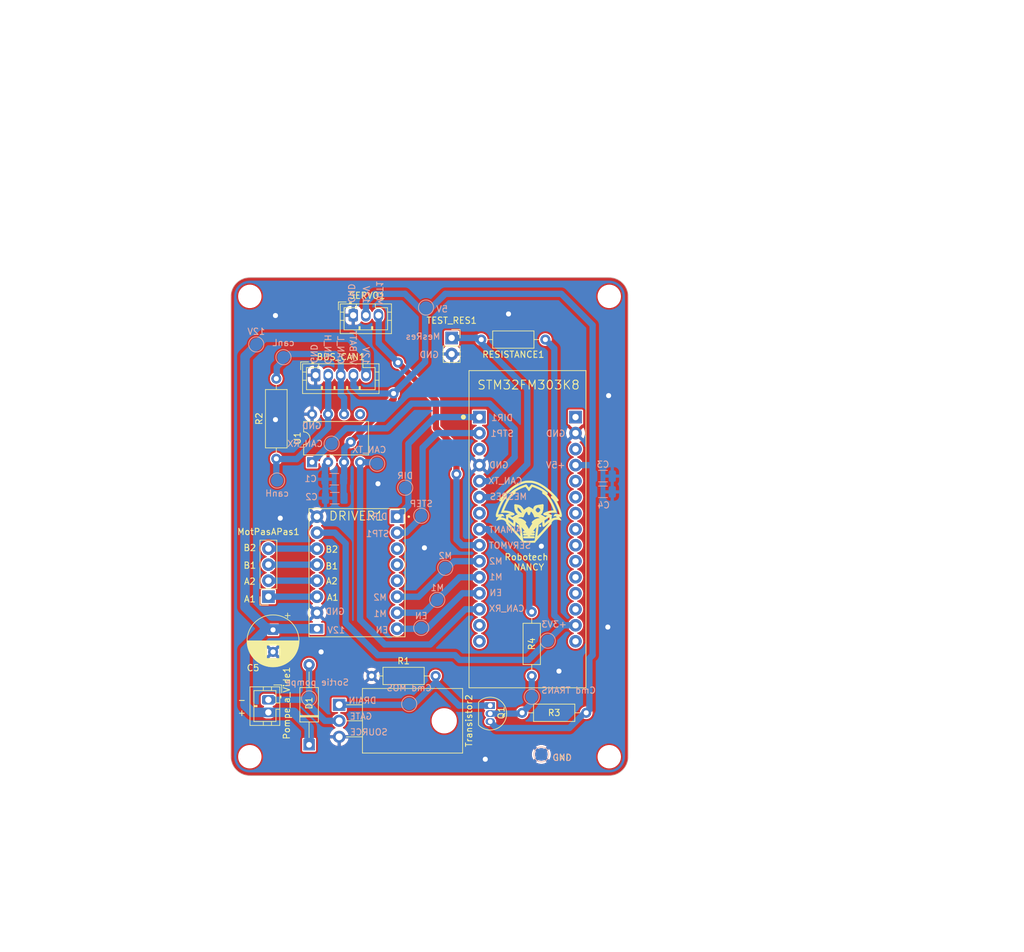
<source format=kicad_pcb>
(kicad_pcb (version 20211014) (generator pcbnew)
  (layers (0 "F.Cu" signal) (31 "B.Cu" signal) (34 "B.Paste" user) (35 "F.Paste" user) (36 "B.SilkS" user "B.Silkscreen") (37 "F.SilkS" user "F.Silkscreen") (38 "B.Mask" user) (39 "F.Mask" user) (44 "Edge.Cuts" user))
  (net 0 "")
  (net 1 "Net-(RESISTANCE1-Pad2)")
  (net 2 "MOT1")
  (net 4 "GND")
  (net 5 "+5V")
  (net 6 "CAN_TX")
  (net 7 "CAN_RX")
  (net 8 "+3V3")
  (net 9 "CAN_L")
  (net 10 "CAN_H")
  (net 13 "Stp1")
  (net 14 "Dir1")
  (net 17 "2B")
  (net 18 "2A")
  (net 19 "1A")
  (net 20 "1B")
  (net 21 "M2")
  (net 22 "M1")
  (net 23 "EN")
  (net 35 "Net-(D1-Pad2)")
  (net 36 "AIMANT")
  (net 37 "+12V")
  (net 41 "Net-(Q1-Pad1)")
  (net 42 "Net-(R3-Pad1)")
  (footprint "Connector_PinSocket_2.54mm:PinSocket_1x02_P2.54mm_Vertical" (layer "F.Cu") (at 175.006 69.596)
    (fp_text reference "TEST_RES1" (at 0 -2.77) (layer "F.SilkS"))
    (fp_text value "Conn_01x02")
    (pad "1" thru_hole rect locked (at 0 0) (size 2 2) (drill 1) (layers *.Cu *.Mask) (net 1 "Net-(RESISTANCE1-Pad2)"))
    (pad "2" thru_hole oval locked (at 0 2.54) (size 2 2) (drill 1) (layers *.Cu *.Mask) (net 4 "GND"))
  )
  (footprint "Diode_THT:D_A-405_P12.70mm_Horizontal" (layer "F.Cu") (at 152.4 134.112 90)
    (fp_text reference "D1" (at 6.604 0 90) (layer "F.SilkS"))
    (fp_text value "D")
    (pad "1" thru_hole rect locked (at 0 0 90) (size 1.8 1.8) (drill 0.9) (layers *.Cu *.Mask) (net 37 "+12V"))
    (pad "2" thru_hole oval locked (at 12.7 0 90) (size 1.8 1.8) (drill 0.9) (layers *.Cu *.Mask) (net 35 "Net-(D1-Pad2)"))
  )
  (footprint "Connector_JST:JST_PH_B2B-PH-K_1x02_P2.00mm_Vertical" (layer "F.Cu") (at 145.939 126.973 -90)
    (fp_text reference "Pompe_a_Vide1" (at 0.535 -2.905 90) (layer "F.SilkS"))
    (fp_text value "Conn_01x02")
    (pad "1" thru_hole roundrect locked (at 0 0 270) (size 1.5 2) (drill 1) (layers *.Cu *.Mask) (roundrect_rratio 0.208333) (net 35 "Net-(D1-Pad2)"))
    (pad "2" thru_hole oval locked (at 2 0 270) (size 1.5 2) (drill 1) (layers *.Cu *.Mask) (net 37 "+12V"))
  )
  (footprint "Connector_JST:JST_PH_B3B-PH-K_1x03_P2.00mm_Vertical" (layer "F.Cu") (at 159.4 66)
    (fp_text reference "SERVO1" (at 2.2 -3.125) (layer "F.SilkS"))
    (fp_text value "Conn_01x03")
    (pad "1" thru_hole roundrect locked (at 0 0) (size 1.5 2) (drill 1) (layers *.Cu *.Mask) (roundrect_rratio 0.208333) (net 4 "GND"))
    (pad "2" thru_hole oval locked (at 2 0) (size 1.5 2) (drill 1) (layers *.Cu *.Mask) (net 5 "+5V"))
    (pad "3" thru_hole oval locked (at 4 0) (size 1.5 2) (drill 1) (layers *.Cu *.Mask) (net 2 "MOT1"))
  )
  (footprint "Package_DIP:DIP-8_W7.62mm" (layer "F.Cu") (at 152.87 89.3 90)
    (fp_text reference "U1" (at 3.81 -2.33 90) (layer "F.SilkS"))
    (fp_text value "MCP2551-I-P")
    (pad "1" thru_hole rect locked (at 0 0 90) (size 1.6 1.6) (drill 0.8) (layers *.Cu *.Mask) (net 6 "CAN_TX"))
    (pad "2" thru_hole oval locked (at 0 2.54 90) (size 1.6 1.6) (drill 0.8) (layers *.Cu *.Mask) (net 4 "GND"))
    (pad "3" thru_hole oval locked (at 0 5.08 90) (size 1.6 1.6) (drill 0.8) (layers *.Cu *.Mask) (net 5 "+5V"))
    (pad "4" thru_hole oval locked (at 0 7.62 90) (size 1.6 1.6) (drill 0.8) (layers *.Cu *.Mask) (net 7 "CAN_RX"))
    (pad "5" thru_hole oval locked (at 7.62 7.62 90) (size 1.6 1.6) (drill 0.8) (layers *.Cu *.Mask))
    (pad "6" thru_hole oval locked (at 7.62 5.08 90) (size 1.6 1.6) (drill 0.8) (layers *.Cu *.Mask) (net 9 "CAN_L"))
    (pad "7" thru_hole oval locked (at 7.62 2.54 90) (size 1.6 1.6) (drill 0.8) (layers *.Cu *.Mask) (net 10 "CAN_H"))
    (pad "8" thru_hole oval locked (at 7.62 0 90) (size 1.6 1.6) (drill 0.8) (layers *.Cu *.Mask) (net 4 "GND"))
  )
  (footprint "Capacitor_THT:CP_Radial_D8.0mm_P3.50mm" (layer "F.Cu") (at 146.685 115.88 -90)
    (fp_text reference "C5" (at 6.04 3.175 180) (layer "F.SilkS"))
    (fp_text value "220 à 1000 µF")
    (pad "1" thru_hole rect locked (at 0 0 270) (size 1.6 1.6) (drill 0.8) (layers *.Cu *.Mask) (net 37 "+12V"))
    (pad "2" thru_hole circle locked (at 3.5 0 270) (size 1.6 1.6) (drill 0.8) (layers *.Cu *.Mask) (net 4 "GND"))
  )
  (footprint "Logos:logoRobotechNancy10x10" (layer "F.Cu") (at 187.25 97)
    (fp_text reference "G***" hide)
    (fp_text value "LOGO" hide)
  )
  (footprint "Package_TO_SOT_THT:TO-220-3_Horizontal_TabDown" (layer "F.Cu") (at 157.17 127.762 -90)
    (fp_text reference "Transistor2" (at 2.54 -20.58 90) (layer "F.SilkS"))
    (fp_text value "IRFZ44NPBF")
    (pad "" np_thru_hole oval locked (at 2.54 -16.66 270) (size 3.5 3.5) (drill 3.5) (layers *.Cu *.Mask))
    (pad "1" thru_hole rect locked (at 0 0 270) (size 1.905 2) (drill 1.1) (layers *.Cu *.Mask) (net 41 "Net-(Q1-Pad1)"))
    (pad "2" thru_hole oval locked (at 2.54 0 270) (size 1.905 2) (drill 1.1) (layers *.Cu *.Mask) (net 35 "Net-(D1-Pad2)"))
    (pad "3" thru_hole oval locked (at 5.08 0 270) (size 1.905 2) (drill 1.1) (layers *.Cu *.Mask) (net 4 "GND"))
  )
  (footprint "Resistor_THT:R_Axial_DIN0207_L6.3mm_D2.5mm_P10.16mm_Horizontal" (layer "F.Cu") (at 186.182 129.032)
    (fp_text reference "R3" (at 5.08 0) (layer "F.SilkS"))
    (fp_text value "10k")
    (pad "1" thru_hole circle locked (at 0 0) (size 1.6 1.6) (drill 0.8) (layers *.Cu *.Mask) (net 42 "Net-(R3-Pad1)"))
    (pad "2" thru_hole oval locked (at 10.16 0) (size 1.6 1.6) (drill 0.8) (layers *.Cu *.Mask) (net 5 "+5V"))
  )
  (footprint "empreinte:MODULE_TMC2208_SILENTSTEPSTICK" (layer "F.Cu") (at 160 106.82)
    (fp_text reference "DRIVER1" (at -0.0981 -8.9936) (layer "F.SilkS") (effects (font (size 1.4 1.4))))
    (fp_text value "TMC2208_SILENTSTEPSTICK")
    (pad "JP1_1" thru_hole rect (at 6.35 -8.89) (size 2 2) (drill 1) (layers *.Cu *.Mask) (net 14 "Dir1"))
    (pad "JP1_2" thru_hole circle (at 6.35 -6.35) (size 2 2) (drill 1) (layers *.Cu *.Mask) (net 13 "Stp1"))
    (pad "JP1_3" thru_hole circle (at 6.35 -3.81) (size 2 2) (drill 1) (layers *.Cu *.Mask))
    (pad "JP1_4" thru_hole circle (at 6.35 -1.27) (size 2 2) (drill 1) (layers *.Cu *.Mask))
    (pad "JP1_5" thru_hole circle (at 6.35 1.27) (size 2 2) (drill 1) (layers *.Cu *.Mask))
    (pad "JP1_6" thru_hole circle (at 6.35 3.81) (size 2 2) (drill 1) (layers *.Cu *.Mask) (net 21 "M2"))
    (pad "JP1_7" thru_hole circle (at 6.35 6.35) (size 2 2) (drill 1) (layers *.Cu *.Mask) (net 22 "M1"))
    (pad "JP1_8" thru_hole circle (at 6.35 8.89) (size 2 2) (drill 1) (layers *.Cu *.Mask) (net 23 "EN"))
    (pad "JP2_1" thru_hole rect (at -6.35 8.89) (size 2 1.524) (drill 1) (layers *.Cu *.Mask) (net 37 "+12V"))
    (pad "JP2_2" thru_hole circle (at -6.35 6.35) (size 2 2) (drill 1) (layers *.Cu *.Mask) (net 4 "GND"))
    (pad "JP2_3" thru_hole circle (at -6.35 3.81) (size 2 2) (drill 1) (layers *.Cu *.Mask) (net 18 "2A"))
    (pad "JP2_4" thru_hole circle (at -6.35 1.27) (size 2 2) (drill 1) (layers *.Cu *.Mask) (net 19 "1A"))
    (pad "JP2_5" thru_hole circle (at -6.35 -1.27) (size 2 2) (drill 1) (layers *.Cu *.Mask) (net 20 "1B"))
    (pad "JP2_6" thru_hole circle (at -6.35 -3.81) (size 2 2) (drill 1) (layers *.Cu *.Mask) (net 17 "2B"))
    (pad "JP2_7" thru_hole circle (at -6.35 -6.35) (size 2 2) (drill 1) (layers *.Cu *.Mask) (net 8 "+3V3"))
    (pad "JP2_8" thru_hole circle (at -6.35 -8.89) (size 2 2) (drill 1) (layers *.Cu *.Mask) (net 4 "GND"))
  )
  (footprint "Connector_PinSocket_2.54mm:PinSocket_1x04_P2.54mm_Vertical" (layer "F.Cu") (at 145.9484 110.62 180)
    (fp_text reference "MotPasAPas1" (at 0 10.29) (layer "F.SilkS"))
    (fp_text value "Conn_01x04")
    (pad "1" thru_hole rect locked (at 0 0 180) (size 2 2) (drill 1) (layers *.Cu *.Mask) (net 18 "2A"))
    (pad "2" thru_hole oval locked (at 0 2.54 180) (size 2 2) (drill 1) (layers *.Cu *.Mask) (net 19 "1A"))
    (pad "3" thru_hole oval locked (at 0 5.08 180) (size 2 2) (drill 1) (layers *.Cu *.Mask) (net 20 "1B"))
    (pad "4" thru_hole oval locked (at 0 7.62 180) (size 2 2) (drill 1) (layers *.Cu *.Mask) (net 17 "2B"))
  )
  (footprint "Package_TO_SOT_THT:TO-92_Inline" (layer "F.Cu") (at 181.123 127.889 -90)
    (fp_text reference "Q1" (at 1.143 -1.757 90) (layer "F.SilkS"))
    (fp_text value "BC557")
    (pad "1" thru_hole rect locked (at 0 0 270) (size 1.05 1.5) (drill 0.75) (layers *.Cu *.Mask) (net 41 "Net-(Q1-Pad1)"))
    (pad "2" thru_hole oval locked (at 1.27 0 270) (size 1.05 1.5) (drill 0.75) (layers *.Cu *.Mask) (net 42 "Net-(R3-Pad1)"))
    (pad "3" thru_hole oval locked (at 2.54 0 270) (size 1.05 1.5) (drill 0.75) (layers *.Cu *.Mask) (net 5 "+5V"))
  )
  (footprint "MountingHole:MountingHole_3.2mm_M3" (layer "F.Cu") (at 200 136)
    (fp_text reference "REF**" hide)
    (fp_text value "MountingHole_3.2mm_M3")
    (pad "" np_thru_hole circle locked (at 0 0) (size 3.2 3.2) (drill 3.2) (layers *.Cu *.Mask))
  )
  (footprint "Resistor_THT:R_Axial_DIN0207_L6.3mm_D2.5mm_P10.16mm_Horizontal" (layer "F.Cu") (at 187.706 123.19 90)
    (fp_text reference "R4" (at 5.08 0 90) (layer "F.SilkS"))
    (fp_text value "180")
    (pad "1" thru_hole circle locked (at 0 0 90) (size 1.6 1.6) (drill 0.8) (layers *.Cu *.Mask) (net 42 "Net-(R3-Pad1)"))
    (pad "2" thru_hole oval locked (at 10.16 0 90) (size 1.6 1.6) (drill 0.8) (layers *.Cu *.Mask) (net 36 "AIMANT"))
  )
  (footprint "MountingHole:MountingHole_3.2mm_M3" (layer "F.Cu") (at 143 63)
    (fp_text reference "REF**" hide)
    (fp_text value "MountingHole_3.2mm_M3")
    (pad "" np_thru_hole circle locked (at 0 0) (size 3.2 3.2) (drill 3.2) (layers *.Cu *.Mask))
  )
  (footprint "MountingHole:MountingHole_3.2mm_M3" (layer "F.Cu") (at 143 136)
    (fp_text reference "REF**" hide)
    (fp_text value "MountingHole_3.2mm_M3")
    (pad "" np_thru_hole circle locked (at 0 0) (size 3.2 3.2) (drill 3.2) (layers *.Cu *.Mask))
  )
  (footprint "Resistor_THT:R_Axial_DIN0207_L6.3mm_D2.5mm_P10.16mm_Horizontal" (layer "F.Cu") (at 162.306 123.19)
    (fp_text reference "R1" (at 5.08 -2.37) (layer "F.SilkS"))
    (fp_text value "1k")
    (pad "1" thru_hole circle locked (at 0 0) (size 1.6 1.6) (drill 0.8) (layers *.Cu *.Mask) (net 4 "GND"))
    (pad "2" thru_hole oval locked (at 10.16 0) (size 1.6 1.6) (drill 0.8) (layers *.Cu *.Mask) (net 41 "Net-(Q1-Pad1)"))
  )
  (footprint "empreinte:MODULE_NUCLEO-F303K8" (layer "F.Cu") (at 187.0306 99.92)
    (fp_text reference "STM32FM303K8" (at 0.1694 -22.87) (layer "F.SilkS") (effects (font (size 1.402378 1.402378))))
    (fp_text value "NUCLEO-F303K8")
    (pad "3.1" thru_hole rect (at -7.62 -17.78) (size 2 2) (drill 1) (layers *.Cu *.Mask) (net 14 "Dir1"))
    (pad "3.2" thru_hole circle (at -7.62 -15.24) (size 2 2) (drill 1) (layers *.Cu *.Mask) (net 13 "Stp1"))
    (pad "3.3" thru_hole circle (at -7.62 -12.7) (size 2 2) (drill 1) (layers *.Cu *.Mask))
    (pad "3.4" thru_hole circle (at -7.62 -10.16) (size 2 2) (drill 1) (layers *.Cu *.Mask) (net 4 "GND"))
    (pad "3.5" thru_hole circle (at -7.62 -7.62) (size 2 2) (drill 1) (layers *.Cu *.Mask) (net 6 "CAN_TX"))
    (pad "3.6" thru_hole circle (at -7.62 -5.08) (size 2 2) (drill 1) (layers *.Cu *.Mask) (net 1 "Net-(RESISTANCE1-Pad2)"))
    (pad "3.7" thru_hole circle (at -7.62 -2.54) (size 2 2) (drill 1) (layers *.Cu *.Mask))
    (pad "3.8" thru_hole circle (at -7.62 0) (size 2 2) (drill 1) (layers *.Cu *.Mask) (net 36 "AIMANT"))
    (pad "3.9" thru_hole circle (at -7.62 2.54) (size 2 2) (drill 1) (layers *.Cu *.Mask) (net 2 "MOT1"))
    (pad "3.10" thru_hole circle (at -7.62 5.08) (size 2 2) (drill 1) (layers *.Cu *.Mask) (net 21 "M2"))
    (pad "3.11" thru_hole circle (at -7.62 7.62) (size 2 2) (drill 1) (layers *.Cu *.Mask) (net 22 "M1"))
    (pad "3.12" thru_hole circle (at -7.62 10.16) (size 2 2) (drill 1) (layers *.Cu *.Mask) (net 23 "EN"))
    (pad "3.13" thru_hole circle (at -7.62 12.7) (size 2 2) (drill 1) (layers *.Cu *.Mask) (net 7 "CAN_RX"))
    (pad "3.14" thru_hole circle (at -7.62 15.24) (size 2 2) (drill 1) (layers *.Cu *.Mask))
    (pad "3.15" thru_hole circle (at -7.62 17.78) (size 2 2) (drill 1) (layers *.Cu *.Mask))
    (pad "4.1" thru_hole rect (at 7.62 -17.78) (size 2 2) (drill 1) (layers *.Cu *.Mask))
    (pad "4.2" thru_hole circle (at 7.62 -15.24) (size 2 2) (drill 1) (layers *.Cu *.Mask) (net 4 "GND"))
    (pad "4.3" thru_hole circle (at 7.62 -12.7) (size 2 2) (drill 1) (layers *.Cu *.Mask))
    (pad "4.4" thru_hole circle (at 7.62 -10.16) (size 2 2) (drill 1) (layers *.Cu *.Mask) (net 5 "+5V"))
    (pad "4.5" thru_hole circle (at 7.62 -7.62) (size 2 2) (drill 1) (layers *.Cu *.Mask))
    (pad "4.6" thru_hole circle (at 7.62 -5.08) (size 2 2) (drill 1) (layers *.Cu *.Mask))
    (pad "4.7" thru_hole circle (at 7.62 -2.54) (size 2 2) (drill 1) (layers *.Cu *.Mask))
    (pad "4.8" thru_hole circle (at 7.62 0) (size 2 2) (drill 1) (layers *.Cu *.Mask))
    (pad "4.9" thru_hole circle (at 7.62 2.54) (size 2 2) (drill 1) (layers *.Cu *.Mask))
    (pad "4.10" thru_hole circle (at 7.62 5.08) (size 2 2) (drill 1) (layers *.Cu *.Mask))
    (pad "4.11" thru_hole circle (at 7.62 7.62) (size 2 2) (drill 1) (layers *.Cu *.Mask))
    (pad "4.12" thru_hole circle (at 7.62 10.16) (size 2 2) (drill 1) (layers *.Cu *.Mask))
    (pad "4.13" thru_hole circle (at 7.62 12.7) (size 2 2) (drill 1) (layers *.Cu *.Mask))
    (pad "4.14" thru_hole circle (at 7.62 15.24) (size 2 2) (drill 1) (layers *.Cu *.Mask) (net 8 "+3V3"))
    (pad "4.15" thru_hole circle (at 7.62 17.78) (size 2 2) (drill 1) (layers *.Cu *.Mask))
  )
  (footprint "Connector_JST:JST_PH_B5B-PH-K_1x05_P2.00mm_Vertical" (layer "F.Cu") (at 153.4292 75.4976)
    (fp_text reference "BUS_CAN1" (at 4 -2.9) (layer "F.SilkS"))
    (fp_text value "Conn_01x05")
    (pad "1" thru_hole roundrect locked (at 0 0) (size 1.5 2) (drill 1) (layers *.Cu *.Mask) (roundrect_rratio 0.208333) (net 4 "GND"))
    (pad "2" thru_hole oval locked (at 2 0) (size 1.5 2) (drill 1) (layers *.Cu *.Mask) (net 10 "CAN_H"))
    (pad "3" thru_hole oval locked (at 4 0) (size 1.5 2) (drill 1) (layers *.Cu *.Mask) (net 9 "CAN_L"))
    (pad "4" thru_hole oval locked (at 6 0) (size 1.5 2) (drill 1) (layers *.Cu *.Mask) (net 5 "+5V"))
    (pad "5" thru_hole oval locked (at 8 0) (size 1.5 2) (drill 1) (layers *.Cu *.Mask) (net 37 "+12V"))
  )
  (footprint "MountingHole:MountingHole_3.2mm_M3" (layer "F.Cu") (at 200 63)
    (fp_text reference "REF**" hide)
    (fp_text value "MountingHole_3.2mm_M3")
    (pad "" np_thru_hole circle locked (at 0 0) (size 3.2 3.2) (drill 3.2) (layers *.Cu *.Mask))
  )
  (footprint "Resistor_THT:R_Axial_DIN0309_L9.0mm_D3.2mm_P12.70mm_Horizontal" (layer "F.Cu") (at 147.2 88.75 90)
    (fp_text reference "R2" (at 6.35 -2.72 90) (layer "F.SilkS"))
    (fp_text value "R")
    (pad "1" thru_hole circle locked (at 0 0 90) (size 1.6 1.6) (drill 0.8) (layers *.Cu *.Mask) (net 10 "CAN_H"))
    (pad "2" thru_hole oval locked (at 12.7 0 90) (size 1.6 1.6) (drill 0.8) (layers *.Cu *.Mask) (net 9 "CAN_L"))
  )
  (footprint "Resistor_THT:R_Axial_DIN0207_L6.3mm_D2.5mm_P10.16mm_Horizontal" (layer "F.Cu") (at 189.865 69.85 180)
    (fp_text reference "RESISTANCE1" (at 5.08 -2.37) (layer "F.SilkS"))
    (fp_text value "1000 Ohms")
    (pad "1" thru_hole circle locked (at 0 0 180) (size 1.6 1.6) (drill 0.8) (layers *.Cu *.Mask) (net 8 "+3V3"))
    (pad "2" thru_hole oval locked (at 10.16 0 180) (size 1.6 1.6) (drill 0.8) (layers *.Cu *.Mask) (net 1 "Net-(RESISTANCE1-Pad2)"))
  )
  (footprint "TestPoint:TestPoint_Pad_D2.0mm" (layer "B.Cu") (at 170.18 97.79 180)
    (fp_text reference "TP9" hide)
    (fp_text value "TestPoint")
    (pad "1" smd circle locked (at 0 0 180) (size 2 2) (layers "B.Cu" "B.Mask") (net 13 "Stp1"))
  )
  (footprint "Capacitor_SMD:C_1206_3216Metric" (layer "B.Cu") (at 199 94 180)
    (fp_text reference "C4" (at -0.1 -2.1) (layer "B.SilkS") (effects (justify mirror)))
    (fp_text value "1µF")
    (pad "1" smd roundrect locked (at -1.475 0 180) (size 1.15 1.8) (layers "B.Cu" "B.Paste" "B.Mask") (roundrect_rratio 0.217391) (net 4 "GND"))
    (pad "2" smd roundrect locked (at 1.475 0 180) (size 1.15 1.8) (layers "B.Cu" "B.Paste" "B.Mask") (roundrect_rratio 0.217391) (net 5 "+5V"))
  )
  (footprint "Capacitor_SMD:C_1206_3216Metric" (layer "B.Cu") (at 156.389 91.996 180)
    (fp_text reference "C1" (at 3.75 0.075) (layer "B.SilkS") (effects (justify mirror)))
    (fp_text value "1µF")
    (pad "1" smd roundrect locked (at -1.475 0 180) (size 1.15 1.8) (layers "B.Cu" "B.Paste" "B.Mask") (roundrect_rratio 0.217391) (net 5 "+5V"))
    (pad "2" smd roundrect locked (at 1.475 0 180) (size 1.15 1.8) (layers "B.Cu" "B.Paste" "B.Mask") (roundrect_rratio 0.217391) (net 4 "GND"))
  )
  (footprint "TestPoint:TestPoint_Pad_D2.0mm" (layer "B.Cu") (at 170.942 64.77 180)
    (fp_text reference "TP3" hide)
    (fp_text value "TestPoint")
    (pad "1" smd circle locked (at 0 0 180) (size 2 2) (layers "B.Cu" "B.Mask") (net 5 "+5V"))
  )
  (footprint "TestPoint:TestPoint_Pad_D2.0mm" (layer "B.Cu") (at 173.99 106.045 180)
    (fp_text reference "TP11" hide)
    (fp_text value "TestPoint")
    (pad "1" smd circle locked (at 0 0 180) (size 2 2) (layers "B.Cu" "B.Mask") (net 21 "M2"))
  )
  (footprint "TestPoint:TestPoint_Pad_D2.0mm" (layer "B.Cu") (at 168.275 127.635 180)
    (fp_text reference "TP13" hide)
    (fp_text value "TestPoint")
    (pad "1" smd circle locked (at 0 0 180) (size 2 2) (layers "B.Cu" "B.Mask") (net 41 "Net-(Q1-Pad1)"))
  )
  (footprint "TestPoint:TestPoint_Pad_D2.0mm" (layer "B.Cu") (at 190.246 117.602 180)
    (fp_text reference "TP16" hide)
    (fp_text value "TestPoint")
    (pad "1" smd circle locked (at 0 0 180) (size 2 2) (layers "B.Cu" "B.Mask") (net 8 "+3V3"))
  )
  (footprint "TestPoint:TestPoint_Pad_D2.0mm" (layer "B.Cu") (at 148.336 72.644 180)
    (fp_text reference "TP5" hide)
    (fp_text value "TestPoint")
    (pad "1" smd circle locked (at 0 0 180) (size 2 2) (layers "B.Cu" "B.Mask") (net 9 "CAN_L"))
  )
  (footprint "TestPoint:TestPoint_Pad_D2.0mm" (layer "B.Cu") (at 152.4 126.746 180)
    (fp_text reference "TP1" hide)
    (fp_text value "TestPoint")
    (pad "1" smd circle locked (at 0 0 180) (size 2 2) (layers "B.Cu" "B.Mask") (net 35 "Net-(D1-Pad2)"))
  )
  (footprint "TestPoint:TestPoint_Pad_D2.0mm" (layer "B.Cu") (at 155.97 86.36 180)
    (fp_text reference "TP14" hide)
    (fp_text value "TestPoint")
    (pad "1" smd circle locked (at 0 0 180) (size 2 2) (layers "B.Cu" "B.Mask") (net 6 "CAN_TX"))
  )
  (footprint "Capacitor_SMD:C_1206_3216Metric" (layer "B.Cu") (at 156.464 94.996 180)
    (fp_text reference "C2" (at 3.675 0.2) (layer "B.SilkS") (effects (justify mirror)))
    (fp_text value "1pF")
    (pad "1" smd roundrect locked (at -1.475 0 180) (size 1.15 1.8) (layers "B.Cu" "B.Paste" "B.Mask") (roundrect_rratio 0.217391) (net 5 "+5V"))
    (pad "2" smd roundrect locked (at 1.475 0 180) (size 1.15 1.8) (layers "B.Cu" "B.Paste" "B.Mask") (roundrect_rratio 0.217391) (net 4 "GND"))
  )
  (footprint "" (layer "B.Cu") (at 189.23 135.636 180)
    (fp_text reference "" (at 0 0) (layer "B.SilkS") (effects (font (size 1.27 1.27)) (justify mirror)))
    (fp_text value "" (at 0 0) (layer "B.SilkS") (effects (font (size 1.27 1.27)) (justify mirror)))
    (pad "1" smd circle locked (at 0 0) (size 2 2) (layers "F.Cu" "F.Mask") (net 4 "GND"))
  )
  (footprint "TestPoint:TestPoint_Pad_D2.0mm" (layer "B.Cu") (at 172.72 111.125 180)
    (fp_text reference "TP10" hide)
    (fp_text value "TestPoint")
    (pad "1" smd circle locked (at 0 0 180) (size 2 2) (layers "B.Cu" "B.Mask") (net 22 "M1"))
  )
  (footprint "TestPoint:TestPoint_Pad_D2.0mm" (layer "B.Cu") (at 189.23 135.636 180)
    (fp_text reference "TP2" hide)
    (fp_text value "TestPoint")
    (pad "1" smd circle locked (at 0 0 180) (size 2 2) (layers "B.Cu" "B.Mask") (net 4 "GND"))
  )
  (footprint "TestPoint:TestPoint_Pad_D2.0mm" (layer "B.Cu") (at 167.64 93.345 180)
    (fp_text reference "TP8" hide)
    (fp_text value "TestPoint")
    (pad "1" smd circle locked (at 0 0 180) (size 2 2) (layers "B.Cu" "B.Mask") (net 14 "Dir1"))
  )
  (footprint "TestPoint:TestPoint_Pad_D2.0mm" (layer "B.Cu") (at 163.195 89.535 180)
    (fp_text reference "TP15" hide)
    (fp_text value "TestPoint")
    (pad "1" smd circle locked (at 0 0 180) (size 2 2) (layers "B.Cu" "B.Mask") (net 7 "CAN_RX"))
  )
  (footprint "Capacitor_SMD:C_1206_3216Metric" (layer "B.Cu") (at 199 91.5 180)
    (fp_text reference "C3" (at 0 1.85) (layer "B.SilkS") (effects (justify mirror)))
    (fp_text value "1pF")
    (pad "1" smd roundrect locked (at -1.475 0 180) (size 1.15 1.8) (layers "B.Cu" "B.Paste" "B.Mask") (roundrect_rratio 0.217391) (net 4 "GND"))
    (pad "2" smd roundrect locked (at 1.475 0 180) (size 1.15 1.8) (layers "B.Cu" "B.Paste" "B.Mask") (roundrect_rratio 0.217391) (net 5 "+5V"))
  )
  (footprint "TestPoint:TestPoint_Pad_D2.0mm" (layer "B.Cu") (at 147.32 92.202 180)
    (fp_text reference "TP4" hide)
    (fp_text value "TestPoint")
    (pad "1" smd circle locked (at 0 0 180) (size 2 2) (layers "B.Cu" "B.Mask") (net 10 "CAN_H"))
  )
  (footprint "TestPoint:TestPoint_Pad_D2.0mm" (layer "B.Cu") (at 187.706 126.492 180)
    (fp_text reference "TP12" hide)
    (fp_text value "TestPoint")
    (pad "1" smd circle locked (at 0 0 180) (size 2 2) (layers "B.Cu" "B.Mask") (net 42 "Net-(R3-Pad1)"))
  )
  (footprint "TestPoint:TestPoint_Pad_D2.0mm" (layer "B.Cu") (at 144.018 70.612 180)
    (fp_text reference "TP6" hide)
    (fp_text value "TestPoint")
    (pad "1" smd circle locked (at 0 0 180) (size 2 2) (layers "B.Cu" "B.Mask") (net 37 "+12V"))
  )
  (footprint "TestPoint:TestPoint_Pad_D2.0mm" (layer "B.Cu") (at 170.18 115.57 180)
    (fp_text reference "TP7" hide)
    (fp_text value "TestPoint")
    (pad "1" smd circle locked (at 0 0 180) (size 2 2) (layers "B.Cu" "B.Mask") (net 23 "EN"))
  )
  (gr_arc (start 200 60) (mid 202.12132 60.87868) (end 203 63) (layer "Edge.Cuts") (width 0.1))
  (gr_line (start 200 60) (end 143 60) (layer "Edge.Cuts") (width 0.1))
  (gr_arc (start 140 63) (mid 140.87868 60.87868) (end 143 60) (layer "Edge.Cuts") (width 0.1))
  (gr_line (start 203 136) (end 203 63) (layer "Edge.Cuts") (width 0.1))
  (gr_line (start 200 139) (end 143 139) (layer "Edge.Cuts") (width 0.1))
  (gr_arc (start 143 139) (mid 140.87868 138.12132) (end 140 136) (layer "Edge.Cuts") (width 0.1))
  (gr_line (start 140 63) (end 140 136) (layer "Edge.Cuts") (width 0.1))
  (gr_arc (start 203 136) (mid 202.12132 138.12132) (end 200 139) (layer "Edge.Cuts") (width 0.1))
  (gr_text "SOURCE" (at 161.865 132.1) (layer "B.SilkS") (effects (font (size 1 1)) (justify mirror)))
  (gr_text "Sortie pompe" (at 153.67 124.206) (layer "B.SilkS") (effects (font (size 1 1)) (justify mirror)))
  (gr_text "M1" (at 163.65 113.325) (layer "B.SilkS") (effects (font (size 1 1)) (justify mirror)))
  (gr_text "M1" (at 182 107.5) (layer "B.SilkS") (effects (font (size 1 1)) (justify mirror)))
  (gr_text "CAN_RX" (at 151.765 86.36) (layer "B.SilkS") (effects (font (size 1 1)) (justify mirror)))
  (gr_text "EN\n" (at 163.95 115.9) (layer "B.SilkS") (effects (font (size 1 1)) (justify mirror)))
  (gr_text "12V\n" (at 161.4 72.4 -90) (layer "B.SilkS") (effects (font (size 1 1)) (justify mirror)))
  (gr_text "M1" (at 172.72 109.22) (layer "B.SilkS") (effects (font (size 1 1)) (justify mirror)))
  (gr_text "5V" (at 173.482 65.024) (layer "B.SilkS") (effects (font (size 1 1)) (justify mirror)))
  (gr_text "MOT1\n" (at 163.575 62.475 -90) (layer "B.SilkS") (effects (font (size 1 1)) (justify mirror)))
  (gr_text "GATE" (at 160.615 129.6) (layer "B.SilkS") (effects (font (size 1 1)) (justify mirror)))
  (gr_text "CAN_TX" (at 183.5 92.25) (layer "B.SilkS") (effects (font (size 1 1)) (justify mirror)))
  (gr_text "GND" (at 152.825 83.525) (layer "B.SilkS") (effects (font (size 1 1)) (justify mirror)))
  (gr_text "CAN_RX" (at 183.75 112.5) (layer "B.SilkS") (effects (font (size 1 1)) (justify mirror)))
  (gr_text "DIR1\n" (at 163.1 97.925) (layer "B.SilkS") (effects (font (size 1 1)) (justify mirror)))
  (gr_text "+3V3" (at 191.25 115) (layer "B.SilkS") (effects (font (size 1 1)) (justify mirror)))
  (gr_text "CAN_H\n" (at 155.35 71.4 -90) (layer "B.SilkS") (effects (font (size 1 1)) (justify mirror)))
  (gr_text "GND" (at 191.5 84.75) (layer "B.SilkS") (effects (font (size 1 1)) (justify mirror)))
  (gr_text "12V" (at 144.018 68.58) (layer "B.SilkS") (effects (font (size 1 1)) (justify mirror)))
  (gr_text "+5V" (at 191.5 89.75) (layer "B.SilkS") (effects (font (size 1 1)) (justify mirror)))
  (gr_text "M2" (at 173.99 104.14) (layer "B.SilkS") (effects (font (size 1 1)) (justify mirror)))
  (gr_text "GND" (at 156.525 112.975) (layer "B.SilkS") (effects (font (size 1 1)) (justify mirror)))
  (gr_text "SERVMOT" (at 184.25 102.5) (layer "B.SilkS") (effects (font (size 1 1)) (justify mirror)))
  (gr_text "DRAIN" (at 160.865 127.1) (layer "B.SilkS") (effects (font (size 1 1)) (justify mirror)))
  (gr_text "GND" (at 153.15 72.1 -90) (layer "B.SilkS") (effects (font (size 1 1)) (justify mirror)))
  (gr_text "STP1" (at 163.25 100.65) (layer "B.SilkS") (effects (font (size 1 1)) (justify mirror)))
  (gr_text "DIR1\n" (at 183 82.25) (layer "B.SilkS") (effects (font (size 1 1)) (justify mirror)))
  (gr_text "STEP" (at 170.18 95.885) (layer "B.SilkS") (effects (font (size 1 1)) (justify mirror)))
  (gr_text "M2" (at 182 105) (layer "B.SilkS") (effects (font (size 1 1)) (justify mirror)))
  (gr_text "CAN_TX" (at 161.925 87.325) (layer "B.SilkS") (effects (font (size 1 1)) (justify mirror)))
  (gr_text "GND" (at 182.5 89.75) (layer "B.SilkS") (effects (font (size 1 1)) (justify mirror)))
  (gr_text "MesRes\n" (at 170.45 69.35) (layer "B.SilkS") (effects (font (size 1 1)) (justify mirror)))
  (gr_text "12V\n" (at 156.7 115.925) (layer "B.SilkS") (effects (font (size 1 1)) (justify mirror)))
  (gr_text "12V\n" (at 161.45 62.725 -90) (layer "B.SilkS") (effects (font (size 1 1)) (justify mirror)))
  (gr_text "GND" (at 171.45 72.25) (layer "B.SilkS") (effects (font (size 1 1)) (justify mirror)))
  (gr_text "EN" (at 170.18 113.665) (layer "B.SilkS") (effects (font (size 1 1)) (justify mirror)))
  (gr_text "Cmd MOS" (at 168.275 125.095) (layer "B.SilkS") (effects (font (size 1 1)) (justify mirror)))
  (gr_text "canL" (at 148.336 70.358) (layer "B.SilkS") (effects (font (size 1 1)) (justify mirror)))
  (gr_text "EN" (at 182 110) (layer "B.SilkS") (effects (font (size 1 1)) (justify mirror)))
  (gr_text "AIMANT" (at 183.5 100) (layer "B.SilkS") (effects (font (size 1 1)) (justify mirror)))
  (gr_text "canH" (at 147.32 94.234) (layer "B.SilkS") (effects (font (size 1 1)) (justify mirror)))
  (gr_text "DIR" (at 167.64 91.44) (layer "B.SilkS") (effects (font (size 1 1)) (justify mirror)))
  (gr_text "M2" (at 163.65 110.725) (layer "B.SilkS") (effects (font (size 1 1)) (justify mirror)))
  (gr_text "GND" (at 192.532 136.144) (layer "B.SilkS") (effects (font (size 1 1)) (justify mirror)))
  (gr_text "MESRES" (at 184 94.75) (layer "B.SilkS") (effects (font (size 1 1)) (justify mirror)))
  (gr_text "Cmd TRANS" (at 193.548 125.476) (layer "B.SilkS") (effects (font (size 1 1)) (justify mirror)))
  (gr_text "V+BATT" (at 159.35 71.15 -90) (layer "B.SilkS") (effects (font (size 1 1)) (justify mirror)))
  (gr_text "CAN_L\n" (at 157.4 71.5 -90) (layer "B.SilkS") (effects (font (size 1 1)) (justify mirror)))
  (gr_text "STP1" (at 183 84.75) (layer "B.SilkS") (effects (font (size 1 1)) (justify mirror)))
  (gr_text "GND\n" (at 159.1 62.5 -90) (layer "B.SilkS") (effects (font (size 1 1)) (justify mirror)))
  (gr_text "GND" (at 192.532 136.144) (layer "F.SilkS") (effects (font (size 1 1))))
  (gr_text "B1" (at 143.002 105.664) (layer "F.SilkS") (effects (font (size 1 1))))
  (gr_text "A2" (at 143.002 108.204) (layer "F.SilkS") (effects (font (size 1 1))))
  (gr_text "+" (at 141.732 129.032) (layer "F.SilkS") (effects (font (size 1 1))))
  (gr_text "A1" (at 143.002 110.998) (layer "F.SilkS") (effects (font (size 1 1))))
  (gr_text "A2" (at 156 108.15) (layer "F.SilkS") (effects (font (size 1 1))))
  (gr_text "Robotech\n NANCY" (at 186.864742 105.141228) (layer "F.SilkS") (effects (font (size 1 1))))
  (gr_text "B2" (at 156 103.125) (layer "F.SilkS") (effects (font (size 1 1))))
  (gr_text "B1" (at 156 105.775) (layer "F.SilkS") (effects (font (size 1 1))))
  (gr_text "A1" (at 156.15 110.75) (layer "F.SilkS") (effects (font (size 1 1))))
  (gr_text "-" (at 141.732 127) (layer "F.SilkS") (effects (font (size 1 1))))
  (gr_text "B2" (at 143.002 102.87) (layer "F.SilkS") (effects (font (size 1 1))))
  (segment (start 179.4106 94.84) (end 181.766 94.84) (width 1) (layer "B.Cu") (net 1))
  (segment (start 181.766 94.84) (end 187 89.606) (width 1) (layer "B.Cu") (net 1))
  (segment (start 187 77.6784) (end 178.8668 69.5452) (width 1) (layer "B.Cu") (net 1))
  (segment (start 187 89.606) (end 187 77.6784) (width 1) (layer "B.Cu") (net 1))
  (segment (start 178.8668 69.5452) (end 178.816 69.596) (width 1) (layer "B.Cu") (net 1))
  (segment (start 178.816 69.596) (end 175.006 69.596) (width 1) (layer "B.Cu") (net 1))
  (segment (start 172.5 79.5) (end 166.5 73.5) (width 1) (layer "F.Cu") (net 2))
  (segment (start 172.5 83.854) (end 172.5 79.5) (width 1) (layer "F.Cu") (net 2))
  (segment (start 175.768 91.186) (end 175.768 87.122) (width 1) (layer "F.Cu") (net 2))
  (segment (start 175.768 87.122) (end 172.5 83.854) (width 1) (layer "F.Cu") (net 2))
  (via (at 175.768 91.186) (size 1.6) (drill 0.8) (layers "F.Cu" "B.Cu") (net 2))
  (via (at 166.5 73.5) (size 1.6) (drill 0.8) (layers "F.Cu" "B.Cu") (net 2))
  (segment (start 163.4424 70.4424) (end 166.5 73.5) (width 1) (layer "B.Cu") (net 2))
  (segment (start 163.4424 66.0424) (end 163.4424 70.4424) (width 1) (layer "B.Cu") (net 2))
  (segment (start 176.6788 102.46) (end 179.4106 102.46) (width 1) (layer "B.Cu") (net 2))
  (segment (start 163.4 66) (end 163.4424 66.0424) (width 1) (layer "B.Cu") (net 2))
  (segment (start 175.768 101.5492) (end 176.6788 102.46) (width 1) (layer "B.Cu") (net 2))
  (segment (start 175.768 91.186) (end 175.768 101.5492) (width 1) (layer "B.Cu") (net 2))
  (via (at 189.23 102.616) (size 1.6) (drill 0.8) (layers "F.Cu" "B.Cu") (net 4))
  (via (at 147.066 82.55) (size 1.6) (drill 0.8) (layers "F.Cu" "B.Cu") (net 4))
  (via (at 199.898 78.74) (size 1.6) (drill 0.8) (layers "F.Cu" "B.Cu") (net 4))
  (via (at 163.322 92.71) (size 1.6) (drill 0.8) (layers "F.Cu" "B.Cu") (net 4))
  (via (at 180.34 136.398) (size 1.6) (drill 0.8) (layers "F.Cu" "B.Cu") (net 4))
  (via (at 147.828 98.171) (size 1.6) (drill 0.8) (layers "F.Cu" "B.Cu") (net 4))
  (via (at 192.024 122.428) (size 1.6) (drill 0.8) (layers "F.Cu" "B.Cu") (net 4))
  (via (at 147.066 66.04) (size 1.6) (drill 0.8) (layers "F.Cu" "B.Cu") (net 4))
  (via (at 199.771 115.443) (size 1.6) (drill 0.8) (layers "F.Cu" "B.Cu") (net 4))
  (via (at 184.023 65.786) (size 1.6) (drill 0.8) (layers "F.Cu" "B.Cu") (net 4))
  (via (at 170.688 102.87) (size 1.6) (drill 0.8) (layers "F.Cu" "B.Cu") (net 4))
  (via (at 154.305 119.38) (size 1.6) (drill 0.8) (layers "F.Cu" "B.Cu") (net 4))
  (segment (start 154.914 91.996) (end 154.914 89.796) (width 1) (layer "B.Cu") (net 4))
  (segment (start 154.989 94.996) (end 154.989 92.071) (width 1) (layer "B.Cu") (net 4))
  (segment (start 153.7073 97.3736) (end 153.6973 97.3836) (width 0.5) (layer "B.Cu") (net 4))
  (segment (start 153.6973 97.3836) (end 153.65 97.3836) (width 0.5) (layer "B.Cu") (net 4))
  (segment (start 154.914 89.796) (end 155.41 89.3) (width 1) (layer "B.Cu") (net 4))
  (segment (start 154.989 92.071) (end 154.914 91.996) (width 1) (layer "B.Cu") (net 4))
  (segment (start 165.8 79.3) (end 158.999 86.101) (width 1) (layer "F.Cu") (net 5))
  (segment (start 165.8 78.4) (end 165.8 79.3) (width 1) (layer "F.Cu") (net 5))
  (via (at 165.8 78.4) (size 1.6) (drill 0.8) (layers "F.Cu" "B.Cu") (net 5))
  (via (at 158.999 86.101) (size 1.6) (drill 0.8) (layers "F.Cu" "B.Cu") (net 5))
  (segment (start 196.85 120.396) (end 197.36 119.886) (width 1) (layer "B.Cu") (net 5))
  (segment (start 197.36 119.886) (end 197.36 89.76) (width 1) (layer "B.Cu") (net 5))
  (segment (start 157.95 91.91) (end 157.864 91.996) (width 1) (layer "B.Cu") (net 5))
  (segment (start 157.988 89.262) (end 157.95 89.3) (width 1) (layer "B.Cu") (net 5))
  (segment (start 159.4292 77.2292) (end 160.6 78.4) (width 1) (layer "B.Cu") (net 5))
  (segment (start 197.36 89.76) (end 197.36 67.56) (width 1) (layer "B.Cu") (net 5))
  (segment (start 196.088 129.032) (end 193.675 131.445) (width 1) (layer "B.Cu") (net 5))
  (segment (start 197.36 67.56) (end 192.4 62.6) (width 1) (layer "B.Cu") (net 5))
  (segment (start 197.36 89.76) (end 194.6506 89.76) (width 1) (layer "B.Cu") (net 5))
  (segment (start 157.864 94.921) (end 157.939 94.996) (width 1) (layer "B.Cu") (net 5))
  (segment (start 161.4 66) (end 161.4 64) (width 1) (layer "B.Cu") (net 5))
  (segment (start 161.4 64) (end 162.8 62.6) (width 1) (layer "B.Cu") (net 5))
  (segment (start 196.342 129.032) (end 196.85 128.524) (width 1) (layer "B.Cu") (net 5))
  (segment (start 157.988 87.112) (end 157.988 89.262) (width 1) (layer "B.Cu") (net 5))
  (segment (start 159.4292 75.4976) (end 159.4292 77.2292) (width 1) (layer "B.Cu") (net 5))
  (segment (start 182.139 131.445) (end 181.123 130.429) (width 1) (layer "B.Cu") (net 5))
  (segment (start 170.8 73.4) (end 170.8 65.8) (width 1) (layer "B.Cu") (net 5))
  (segment (start 158.999 86.101) (end 157.988 87.112) (width 1) (layer "B.Cu") (net 5))
  (segment (start 157.864 91.996) (end 157.864 94.921) (width 1) (layer "B.Cu") (net 5))
  (segment (start 193.675 131.445) (end 182.139 131.445) (width 1) (layer "B.Cu") (net 5))
  (segment (start 174 62.6) (end 192.4 62.6) (width 1) (layer "B.Cu") (net 5))
  (segment (start 170.8 65.8) (end 174 62.6) (width 1) (layer "B.Cu") (net 5))
  (segment (start 196.342 129.032) (end 196.088 129.032) (width 1) (layer "B.Cu") (net 5))
  (segment (start 167.6 62.6) (end 162.8 62.6) (width 1) (layer "B.Cu") (net 5))
  (segment (start 196.85 128.524) (end 196.85 120.396) (width 1) (layer "B.Cu") (net 5))
  (segment (start 165.8 78.4) (end 170.8 73.4) (width 1) (layer "B.Cu") (net 5))
  (segment (start 157.95 89.3) (end 157.95 91.91) (width 1) (layer "B.Cu") (net 5))
  (segment (start 170.8 65.8) (end 167.6 62.6) (width 1) (layer "B.Cu") (net 5))
  (segment (start 160.6 78.4) (end 165.8 78.4) (width 1) (layer "B.Cu") (net 5))
  (segment (start 185 88.5) (end 181.2 92.3) (width 1) (layer "B.Cu") (net 6))
  (segment (start 181.2 92.3) (end 179.4106 92.3) (width 1) (layer "B.Cu") (net 6))
  (segment (start 185 84) (end 185 88.5) (width 1) (layer "B.Cu") (net 6))
  (segment (start 158.25 83.92) (end 164.746 83.92) (width 1) (layer "B.Cu") (net 6))
  (segment (start 181 80) (end 185 84) (width 1) (layer "B.Cu") (net 6))
  (segment (start 168.666 80) (end 181 80) (width 1) (layer "B.Cu") (net 6))
  (segment (start 164.746 83.92) (end 168.666 80) (width 1) (layer "B.Cu") (net 6))
  (segment (start 152.87 89.3) (end 158.25 83.92) (width 1) (layer "B.Cu") (net 6))
  (segment (start 160.49 114.29) (end 160.49 89.3) (width 1) (layer "B.Cu") (net 7))
  (segment (start 179.4106 112.62) (end 177.18 112.62) (width 1) (layer "B.Cu") (net 7))
  (segment (start 160.49 89.3) (end 162.96 89.3) (width 1) (layer "B.Cu") (net 7))
  (segment (start 164.4 118.2) (end 160.49 114.29) (width 1) (layer "B.Cu") (net 7))
  (segment (start 162.96 89.3) (end 163.195 89.535) (width 1) (layer "B.Cu") (net 7))
  (segment (start 177.18 112.62) (end 171.6 118.2) (width 1) (layer "B.Cu") (net 7))
  (segment (start 171.6 118.2) (end 164.4 118.2) (width 1) (layer "B.Cu") (net 7))
  (segment (start 189.865 69.85) (end 191.285 71.27) (width 1) (layer "B.Cu") (net 8))
  (segment (start 156.47 100.47) (end 158.2 102.2) (width 1) (layer "B.Cu") (net 8))
  (segment (start 192.884 115.16) (end 194.6506 115.16) (width 1) (layer "B.Cu") (net 8))
  (segment (start 163.288 119.888) (end 175.514 119.888) (width 1) (layer "B.Cu") (net 8))
  (segment (start 158.2 114.8) (end 163.288 119.888) (width 1) (layer "B.Cu") (net 8))
  (segment (start 158.2 102.2) (end 158.2 114.8) (width 1) (layer "B.Cu") (net 8))
  (segment (start 191.285 71.27) (end 191.285 113.561) (width 1) (layer "B.Cu") (net 8))
  (segment (start 176.276 120.65) (end 187.198 120.65) (width 1) (layer "B.Cu") (net 8))
  (segment (start 187.198 120.65) (end 192.688 115.16) (width 1) (layer "B.Cu") (net 8))
  (segment (start 192.688 115.16) (end 194.6506 115.16) (width 1) (layer "B.Cu") (net 8))
  (segment (start 175.514 119.888) (end 176.276 120.65) (width 1) (layer "B.Cu") (net 8))
  (segment (start 191.285 113.561) (end 192.884 115.16) (width 1) (layer "B.Cu") (net 8))
  (segment (start 153.65 100.47) (end 156.47 100.47) (width 1) (layer "B.Cu") (net 8))
  (segment (start 157.4292 78.5792) (end 157.95 79.1) (width 1) (layer "B.Cu") (net 9))
  (segment (start 157.95 79.1) (end 157.95 81.68) (width 1) (layer "B.Cu") (net 9))
  (segment (start 157.4292 75.4976) (end 157.4292 78.5792) (width 1) (layer "B.Cu") (net 9))
  (segment (start 157.4292 75.4976) (end 157.4292 73.0504) (width 1) (layer "B.Cu") (net 9))
  (segment (start 156.5148 72.136) (end 149.3524 72.136) (width 1) (layer "B.Cu") (net 9))
  (segment (start 149.3524 72.136) (end 147.2692 74.2192) (width 1) (layer "B.Cu") (net 9))
  (segment (start 147.2692 74.2192) (end 147.2692 76.0984) (width 1) (layer "B.Cu") (net 9))
  (segment (start 157.4292 73.0504) (end 156.5148 72.136) (width 1) (layer "B.Cu") (net 9))
  (segment (start 147.2 92.082) (end 147.32 92.202) (width 1) (layer "B.Cu") (net 10))
  (segment (start 155.41 83.82) (end 155.41 81.68) (width 1) (layer "B.Cu") (net 10))
  (segment (start 155.4292 81.6608) (end 155.41 81.68) (width 0.5) (layer "B.Cu") (net 10))
  (segment (start 147.2692 88.7984) (end 150.4316 88.7984) (width 1) (layer "B.Cu") (net 10))
  (segment (start 150.4316 88.7984) (end 155.41 83.82) (width 1) (layer "B.Cu") (net 10))
  (segment (start 155.4292 75.4976) (end 155.4292 81.6608) (width 1) (layer "B.Cu") (net 10))
  (segment (start 147.2 88.75) (end 147.2 92.082) (width 1) (layer "B.Cu") (net 10))
  (segment (start 167.754 100.47) (end 166.35 100.47) (width 1) (layer "B.Cu") (net 13))
  (segment (start 172.72 84.68) (end 170.4 87) (width 1) (layer "B.Cu") (net 13))
  (segment (start 179.4106 84.68) (end 172.72 84.68) (width 1) (layer "B.Cu") (net 13))
  (segment (start 170.4 87) (end 170.4 97.824) (width 1) (layer "B.Cu") (net 13))
  (segment (start 170.4 97.824) (end 167.754 100.47) (width 1) (layer "B.Cu") (net 13))
  (segment (start 168.148 96.132) (end 166.35 97.93) (width 1) (layer "B.Cu") (net 14))
  (segment (start 172.368 82.14) (end 168.148 86.36) (width 1) (layer "B.Cu") (net 14))
  (segment (start 168.148 86.36) (end 168.148 96.132) (width 1) (layer "B.Cu") (net 14))
  (segment (start 179.4106 82.14) (end 172.368 82.14) (width 1) (layer "B.Cu") (net 14))
  (segment (start 145.9484 103) (end 153.7073 103) (width 1) (layer "B.Cu") (net 17))
  (segment (start 145.9484 110.62) (end 153.7073 110.62) (width 1) (layer "B.Cu") (net 18))
  (segment (start 145.9484 108.08) (end 153.64 108.08) (width 1) (layer "B.Cu") (net 19))
  (segment (start 145.9484 105.54) (end 153.7073 105.54) (width 1) (layer "B.Cu") (net 20))
  (segment (start 175.4 105) (end 179.4106 105) (width 1) (layer "B.Cu") (net 21))
  (segment (start 169.77 110.63) (end 175.4 105) (width 1) (layer "B.Cu") (net 21))
  (segment (start 166.35 110.63) (end 169.77 110.63) (width 1) (layer "B.Cu") (net 21))
  (segment (start 170.63 113.17) (end 176.26 107.54) (width 1) (layer "B.Cu") (net 22))
  (segment (start 166.35 113.17) (end 170.63 113.17) (width 1) (layer "B.Cu") (net 22))
  (segment (start 176.26 107.54) (end 179.4106 107.54) (width 1) (layer "B.Cu") (net 22))
  (segment (start 166.35 115.71) (end 171.09 115.71) (width 1) (layer "B.Cu") (net 23))
  (segment (start 176.72 110.08) (end 179.4106 110.08) (width 1) (layer "B.Cu") (net 23))
  (segment (start 171.09 115.71) (end 176.72 110.08) (width 1) (layer "B.Cu") (net 23))
  (segment (start 152.4 126.146) (end 152.4 121.412) (width 1) (layer "B.Cu") (net 35))
  (segment (start 145.939 126.973) (end 151.573 126.973) (width 1) (layer "B.Cu") (net 35))
  (segment (start 154.902 130.302) (end 157.17 130.302) (width 1) (layer "B.Cu") (net 35))
  (segment (start 151.573 126.973) (end 154.902 130.302) (width 1) (layer "B.Cu") (net 35))
  (segment (start 151.573 126.973) (end 152.4 126.146) (width 1) (layer "B.Cu") (net 35))
  (segment (start 179.4106 99.92) (end 180.692 99.92) (width 1) (layer "B.Cu") (net 36))
  (segment (start 187.325 106.553) (end 187.325 113.03) (width 1) (layer "B.Cu") (net 36))
  (segment (start 180.692 99.92) (end 187.325 106.553) (width 1) (layer "B.Cu") (net 36))
  (segment (start 145.288 69.4944) (end 158.8194 69.4944) (width 1.5) (layer "B.Cu") (net 37))
  (segment (start 145.939 128.973) (end 149.973 128.973) (width 1.5) (layer "B.Cu") (net 37))
  (segment (start 149.973 128.973) (end 152.4 131.4) (width 1.5) (layer "B.Cu") (net 37))
  (segment (start 145.682 115.71) (end 142.24 112.268) (width 1.5) (layer "B.Cu") (net 37))
  (segment (start 142.24 112.268) (end 142.24 72.5424) (width 1.5) (layer "B.Cu") (net 37))
  (segment (start 142.24 72.5424) (end 145.288 69.4944) (width 1.5) (layer "B.Cu") (net 37))
  (segment (start 153.65 115.71) (end 145.682 115.71) (width 1.5) (layer "B.Cu") (net 37))
  (segment (start 161.4292 72.1042) (end 161.4292 75.4976) (width 1.5) (layer "B.Cu") (net 37))
  (segment (start 158.8194 69.4944) (end 161.4292 72.1042) (width 1.5) (layer "B.Cu") (net 37))
  (segment (start 142.24 119.126) (end 142.24 127.84) (width 1.5) (layer "B.Cu") (net 37))
  (segment (start 145.796 115.57) (end 142.24 119.126) (width 1.5) (layer "B.Cu") (net 37))
  (segment (start 152.4 131.4) (end 152.4 134.112) (width 1.5) (layer "B.Cu") (net 37))
  (segment (start 142.24 127.84) (end 143.373 128.973) (width 1.5) (layer "B.Cu") (net 37))
  (segment (start 143.373 128.973) (end 145.939 128.973) (width 1.5) (layer "B.Cu") (net 37))
  (segment (start 181.123 127.889) (end 176.149 127.889) (width 1) (layer "B.Cu") (net 41))
  (segment (start 172.466 124.206) (end 172.466 123.698) (width 1) (layer "B.Cu") (net 41))
  (segment (start 172.466 124.247) (end 172.466 123.19) (width 1) (layer "B.Cu") (net 41))
  (segment (start 168.951 127.762) (end 172.466 124.247) (width 1) (layer "B.Cu") (net 41))
  (segment (start 176.149 127.889) (end 172.466 124.206) (width 1) (layer "B.Cu") (net 41))
  (segment (start 157.17 127.762) (end 168.951 127.762) (width 1) (layer "B.Cu") (net 41))
  (segment (start 187.706 127.508) (end 186.182 129.032) (width 1) (layer "B.Cu") (net 42))
  (segment (start 187.706 123.19) (end 187.706 127.508) (width 1) (layer "B.Cu") (net 42))
  (segment (start 181.123 129.159) (end 186.055 129.159) (width 1) (layer "B.Cu") (net 42))
  (segment (start 186.055 129.159) (end 186.182 129.032) (width 1) (layer "B.Cu") (net 42))
  (zone (net 4) (net_name "GND") (layer "F.Cu") (connect_pads (clearance 0)) (min_thickness 0.254) (fill yes (thermal_gap 0.508) (thermal_bridge_width 0.508))
    (polygon (pts (xy 222 47) (xy 241 120) (xy 221 157) (xy 146 167) (xy 124 118) (xy 116 64) (xy 159 37)))
  )
  (zone locked (net 4) (net_name "GND") (layer "B.Cu") (connect_pads (clearance 0.508)) (min_thickness 0.254) (fill yes (thermal_gap 0.508) (thermal_bridge_width 0.508))
    (polygon (pts (xy 252.045952 151.531722) (xy 138.057654 164.725406) (xy 103.384902 79.030484) (xy 120.5484 52.2224) (xy 121.3104 51.7652) (xy 135.2804 45.0088) (xy 248.5644 44.3992)))
  )
  (zone (net 0) (net_name "") (layer "B.Cu") (connect_pads (clearance 0)) (min_thickness 0.254)
    (keepout (tracks allowed) (vias allowed) (pads allowed) (copperpour not_allowed) (footprints allowed))
    (fill (thermal_gap 0.508) (thermal_bridge_width 0.508))
    (polygon (pts (xy 151 71) (xy 150 71) (xy 148 72) (xy 148 70) (xy 149 70)))
  )
)
</source>
